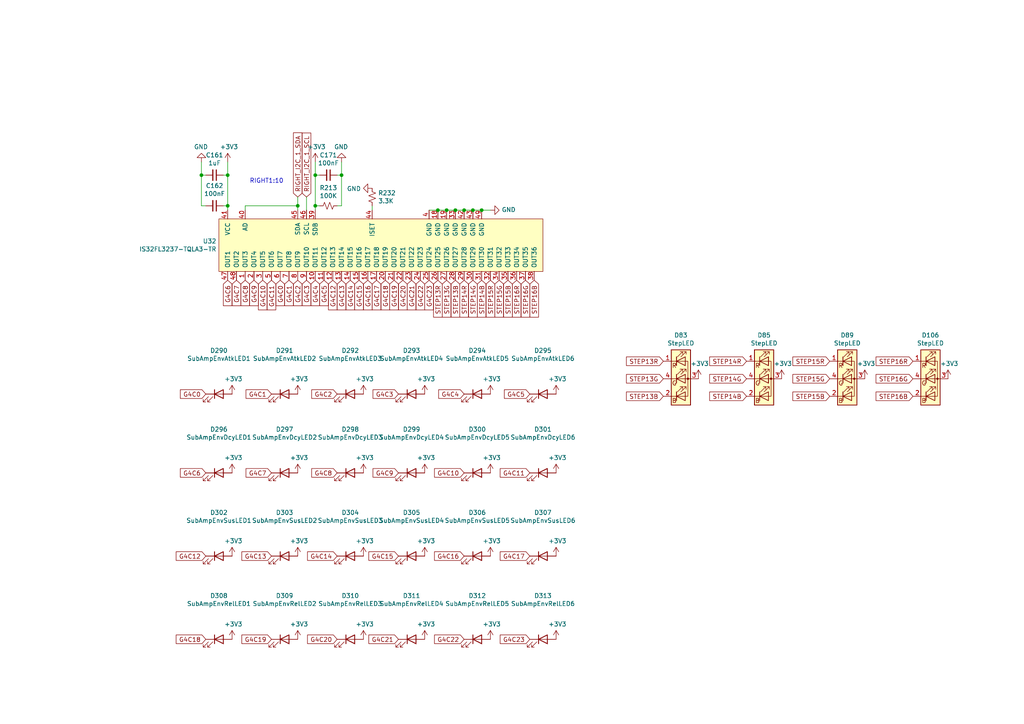
<source format=kicad_sch>
(kicad_sch (version 20210621) (generator eeschema)
  (paper "A4")
  (lib_symbols
    (symbol "Device:C_Small" (pin_numbers hide) (pin_names (offset 0.254) hide)
      (property "Reference" "C" (at 0.254 1.778 0))
      (property "Value" "C_Small" (at 0.254 -2.032 0))
      (symbol "C_Small_0_1"
        (polyline (pts (xy -1.524 -0.508) (xy 1.524 -0.508)) (stroke (width 0.3302)))
        (polyline (pts (xy -1.524 0.508) (xy 1.524 0.508)) (stroke (width 0.3048)))
      )
      (symbol "C_Small_1_1"
        (pin passive line (at 0 2.54 270) (length 2.032) (name "~") (number "1"))
        (pin passive line (at 0 -2.54 90) (length 2.032) (name "~") (number "2"))
      )
    )
    (symbol "Device:LED" (pin_numbers hide) (pin_names (offset 1.016) hide)
      (property "Reference" "D" (at 0 2.54 0))
      (property "Value" "LED" (at 0 -2.54 0))
      (symbol "LED_0_1"
        (polyline (pts (xy -1.27 -1.27) (xy -1.27 1.27)) (stroke (width 0.254)))
        (polyline (pts (xy -1.27 0) (xy 1.27 0)))
        (polyline (pts (xy 1.27 -1.27) (xy 1.27 1.27) (xy -1.27 0) (xy 1.27 -1.27)) (stroke (width 0.254)))
        (polyline (pts (xy -3.048 -0.762) (xy -4.572 -2.286) (xy -3.81 -2.286) (xy -4.572 -2.286) (xy -4.572 -1.524)))
        (polyline (pts (xy -1.778 -0.762) (xy -3.302 -2.286) (xy -2.54 -2.286) (xy -3.302 -2.286) (xy -3.302 -1.524)))
      )
      (symbol "LED_1_1"
        (pin passive line (at -3.81 0 0) (length 2.54) (name "K") (number "1"))
        (pin passive line (at 3.81 0 180) (length 2.54) (name "A") (number "2"))
      )
    )
    (symbol "Device:R_Small_US" (pin_numbers hide) (pin_names (offset 0.254) hide)
      (property "Reference" "R" (at 0.762 0.508 0))
      (property "Value" "R_Small_US" (at 0.762 -1.016 0))
      (symbol "R_Small_US_1_1"
        (polyline (pts (xy 0 0) (xy 1.016 -0.381) (xy 0 -0.762) (xy -1.016 -1.143) (xy 0 -1.524)))
        (polyline (pts (xy 0 1.524) (xy 1.016 1.143) (xy 0 0.762) (xy -1.016 0.381) (xy 0 0)))
        (pin passive line (at 0 2.54 270) (length 1.016) (name "~") (number "1"))
        (pin passive line (at 0 -2.54 90) (length 1.016) (name "~") (number "2"))
      )
    )
    (symbol "IS32FL3237:IS32FL3237-TQLA3-TR" (pin_names (offset 1.016))
      (property "Reference" "U" (at 0 0 0))
      (property "Value" "IS32FL3237-TQLA3-TR" (at 0 0 0))
      (symbol "IS32FL3237-TQLA3-TR_0_1"
        (rectangle (start -7.62 -2.54) (end 7.62 -96.52) (fill (type background)))
      )
      (symbol "IS32FL3237-TQLA3-TR_1_1"
        (pin output line (at 10.16 -10.16 180) (length 2.54) (name "OUT3") (number "1"))
        (pin output line (at 10.16 -30.48 180) (length 2.54) (name "OUT11") (number "10"))
        (pin output line (at 10.16 -33.02 180) (length 2.54) (name "OUT12") (number "11"))
        (pin output line (at 10.16 -35.56 180) (length 2.54) (name "OUT13") (number "12"))
        (pin output line (at 10.16 -38.1 180) (length 2.54) (name "OUT14") (number "13"))
        (pin output line (at 10.16 -40.64 180) (length 2.54) (name "OUT15") (number "14"))
        (pin output line (at 10.16 -43.18 180) (length 2.54) (name "OUT16") (number "15"))
        (pin output line (at 10.16 -45.72 180) (length 2.54) (name "OUT17") (number "16"))
        (pin output line (at 10.16 -48.26 180) (length 2.54) (name "OUT18") (number "17"))
        (pin power_in line (at -10.16 -66.04 0) (length 2.54) (name "GND") (number "18"))
        (pin power_in line (at -10.16 -68.58 0) (length 2.54) (name "GND") (number "19"))
        (pin output line (at 10.16 -12.7 180) (length 2.54) (name "OUT4") (number "2"))
        (pin output line (at 10.16 -50.8 180) (length 2.54) (name "OUT19") (number "20"))
        (pin output line (at 10.16 -53.34 180) (length 2.54) (name "OUT20") (number "21"))
        (pin output line (at 10.16 -55.88 180) (length 2.54) (name "OUT21") (number "22"))
        (pin output line (at 10.16 -58.42 180) (length 2.54) (name "OUT22") (number "23"))
        (pin output line (at 10.16 -60.96 180) (length 2.54) (name "OUT23") (number "24"))
        (pin output line (at 10.16 -63.5 180) (length 2.54) (name "OUT24") (number "25"))
        (pin output line (at 10.16 -66.04 180) (length 2.54) (name "OUT25") (number "26"))
        (pin output line (at 10.16 -68.58 180) (length 2.54) (name "OUT26") (number "27"))
        (pin output line (at 10.16 -71.12 180) (length 2.54) (name "OUT27") (number "28"))
        (pin output line (at 10.16 -73.66 180) (length 2.54) (name "OUT28") (number "29"))
        (pin output line (at 10.16 -15.24 180) (length 2.54) (name "OUT5") (number "3"))
        (pin output line (at 10.16 -76.2 180) (length 2.54) (name "OUT29") (number "30"))
        (pin output line (at 10.16 -78.74 180) (length 2.54) (name "OUT30") (number "31"))
        (pin output line (at 10.16 -81.28 180) (length 2.54) (name "OUT31") (number "32"))
        (pin power_in line (at -10.16 -71.12 0) (length 2.54) (name "GND") (number "33"))
        (pin output line (at 10.16 -83.82 180) (length 2.54) (name "OUT32") (number "34"))
        (pin output line (at 10.16 -86.36 180) (length 2.54) (name "OUT33") (number "35"))
        (pin output line (at 10.16 -88.9 180) (length 2.54) (name "OUT34") (number "36"))
        (pin output line (at 10.16 -91.44 180) (length 2.54) (name "OUT35") (number "37"))
        (pin output line (at 10.16 -93.98 180) (length 2.54) (name "OUT36") (number "38"))
        (pin input line (at -10.16 -30.48 0) (length 2.54) (name "SDB") (number "39"))
        (pin power_in line (at -10.16 -63.5 0) (length 2.54) (name "GND") (number "4"))
        (pin input line (at -10.16 -10.16 0) (length 2.54) (name "AD") (number "40"))
        (pin power_in line (at -10.16 -5.08 0) (length 2.54) (name "VCC") (number "41"))
        (pin power_in line (at -10.16 -73.66 0) (length 2.54) (name "GND") (number "42"))
        (pin power_in line (at -10.16 -76.2 0) (length 2.54) (name "GND") (number "43"))
        (pin input line (at -10.16 -46.99 0) (length 2.54) (name "ISET") (number "44"))
        (pin input line (at -10.16 -25.4 0) (length 2.54) (name "SDA") (number "45"))
        (pin input line (at -10.16 -27.94 0) (length 2.54) (name "SCL") (number "46"))
        (pin output line (at 10.16 -5.08 180) (length 2.54) (name "OUT1") (number "47"))
        (pin output line (at 10.16 -7.62 180) (length 2.54) (name "OUT2") (number "48"))
        (pin power_in line (at -10.16 -78.74 0) (length 2.54) (name "GND") (number "49"))
        (pin output line (at 10.16 -17.78 180) (length 2.54) (name "OUT6") (number "5"))
        (pin output line (at 10.16 -20.32 180) (length 2.54) (name "OUT7") (number "6"))
        (pin output line (at 10.16 -22.86 180) (length 2.54) (name "OUT8") (number "7"))
        (pin output line (at 10.16 -25.4 180) (length 2.54) (name "OUT9") (number "8"))
        (pin output line (at 10.16 -27.94 180) (length 2.54) (name "OUT10") (number "9"))
      )
    )
    (symbol "fm-b2020rgba-hg:FM-B2020RGBA-HG" (pin_names (offset 0) hide)
      (property "Reference" "D" (at 0 9.398 0))
      (property "Value" "FM-B2020RGBA-HG" (at 0 -8.89 0))
      (symbol "FM-B2020RGBA-HG_0_0"
        (text "B" (at -1.905 -6.35 0) (effects (font (size 1.27 1.27))))
        (text "G" (at -1.905 -1.27 0) (effects (font (size 1.27 1.27))))
        (text "R" (at -1.905 3.81 0) (effects (font (size 1.27 1.27))))
      )
      (symbol "FM-B2020RGBA-HG_0_1"
        (circle (center 2.032 0) (radius 0.254) (fill (type outline)))
        (rectangle (start 1.27 -1.27) (end 1.27 1.27))
        (rectangle (start 1.27 1.27) (end 1.27 1.27))
        (rectangle (start 1.27 3.81) (end 1.27 6.35))
        (rectangle (start 1.27 6.35) (end 1.27 6.35))
        (rectangle (start 2.794 8.382) (end -2.794 -7.62) (stroke (width 0.254)) (fill (type background)))
        (polyline (pts (xy -1.27 -5.08) (xy -2.54 -5.08)))
        (polyline (pts (xy -1.27 -5.08) (xy 1.27 -5.08)))
        (polyline (pts (xy -1.27 -3.81) (xy -1.27 -6.35)))
        (polyline (pts (xy -1.27 -3.81) (xy -1.27 -6.35)) (stroke (width 0.2032)))
        (polyline (pts (xy -1.27 0) (xy -2.54 0)))
        (polyline (pts (xy -1.27 0) (xy 1.27 0)))
        (polyline (pts (xy -1.27 1.27) (xy -1.27 -1.27)) (stroke (width 0.2032)))
        (polyline (pts (xy -1.27 5.08) (xy -2.54 5.08)))
        (polyline (pts (xy -1.27 6.35) (xy -1.27 3.81)) (stroke (width 0.2032)))
        (polyline (pts (xy 1.27 0) (xy 2.54 0)))
        (polyline (pts (xy 1.27 5.08) (xy -1.27 5.08)))
        (polyline (pts (xy -1.27 1.27) (xy -1.27 -1.27) (xy -1.27 -1.27)))
        (polyline (pts (xy -1.27 6.35) (xy -1.27 3.81) (xy -1.27 3.81)))
        (polyline (pts (xy 1.27 -5.08) (xy 2.032 -5.08) (xy 2.032 5.08) (xy 1.27 5.08)))
        (polyline (pts (xy 1.27 -3.81) (xy 1.27 -6.35) (xy -1.27 -5.08) (xy 1.27 -3.81)) (stroke (width 0.2032)))
        (polyline (pts (xy 1.27 1.27) (xy 1.27 -1.27) (xy -1.27 0) (xy 1.27 1.27)) (stroke (width 0.2032)))
        (polyline (pts (xy 1.27 6.35) (xy 1.27 3.81) (xy -1.27 5.08) (xy 1.27 6.35)) (stroke (width 0.2032)))
        (polyline (pts (xy -1.016 -3.81) (xy 0.508 -2.286) (xy -0.254 -2.286) (xy 0.508 -2.286) (xy 0.508 -3.048)))
        (polyline (pts (xy -1.016 1.27) (xy 0.508 2.794) (xy -0.254 2.794) (xy 0.508 2.794) (xy 0.508 2.032)))
        (polyline (pts (xy -1.016 6.35) (xy 0.508 7.874) (xy -0.254 7.874) (xy 0.508 7.874) (xy 0.508 7.112)))
        (polyline (pts (xy 0 -3.81) (xy 1.524 -2.286) (xy 0.762 -2.286) (xy 1.524 -2.286) (xy 1.524 -3.048)))
        (polyline (pts (xy 0 1.27) (xy 1.524 2.794) (xy 0.762 2.794) (xy 1.524 2.794) (xy 1.524 2.032)))
        (polyline (pts (xy 0 6.35) (xy 1.524 7.874) (xy 0.762 7.874) (xy 1.524 7.874) (xy 1.524 7.112)))
      )
      (symbol "FM-B2020RGBA-HG_1_1"
        (pin passive line (at -5.08 5.08 0) (length 2.54) (name "R-") (number "1"))
        (pin passive line (at -5.08 -5.08 0) (length 2.54) (name "B-") (number "2"))
        (pin passive line (at 5.08 0 180) (length 2.54) (name "+") (number "3"))
        (pin passive line (at -5.08 0 0) (length 2.54) (name "G-") (number "4"))
      )
    )
    (symbol "power:+3.3V" (power) (pin_names (offset 0))
      (property "Value" "+3.3V" (at 0 3.556 0))
      (symbol "+3.3V_0_1"
        (polyline (pts (xy -0.762 1.27) (xy 0 2.54)))
        (polyline (pts (xy 0 0) (xy 0 2.54)))
        (polyline (pts (xy 0 2.54) (xy 0.762 1.27)))
      )
      (symbol "+3.3V_1_1"
        (pin power_in line (at 0 0 90) (length 0) hide (name "+3V3") (number "1"))
      )
    )
    (symbol "power:GND" (power) (pin_names (offset 0))
      (property "Value" "GND" (at 0 -3.81 0))
      (symbol "GND_0_1"
        (polyline (pts (xy 0 0) (xy 0 -1.27) (xy 1.27 -1.27) (xy 0 -2.54) (xy -1.27 -1.27) (xy 0 -1.27)))
      )
      (symbol "GND_1_1"
        (pin power_in line (at 0 0 270) (length 0) hide (name "GND") (number "1"))
      )
    )
  )
  (junction (at 58.42 50.8))
  (junction (at 66.04 50.8))
  (junction (at 66.04 59.69))
  (junction (at 86.36 59.69))
  (junction (at 91.44 50.8))
  (junction (at 91.44 59.69))
  (junction (at 99.06 50.8))
  (junction (at 127 60.96))
  (junction (at 129.54 60.96))
  (junction (at 132.08 60.96))
  (junction (at 134.62 60.96))
  (junction (at 137.16 60.96))
  (junction (at 139.7 60.96))
  (wire (pts (xy 58.42 46.99) (xy 58.42 50.8)))
  (wire (pts (xy 58.42 50.8) (xy 58.42 59.69)))
  (wire (pts (xy 58.42 59.69) (xy 59.69 59.69)))
  (wire (pts (xy 59.69 50.8) (xy 58.42 50.8)))
  (wire (pts (xy 64.77 50.8) (xy 66.04 50.8)))
  (wire (pts (xy 64.77 59.69) (xy 66.04 59.69)))
  (wire (pts (xy 66.04 46.99) (xy 66.04 50.8)))
  (wire (pts (xy 66.04 50.8) (xy 66.04 59.69)))
  (wire (pts (xy 66.04 59.69) (xy 66.04 60.96)))
  (wire (pts (xy 71.12 59.69) (xy 86.36 59.69)))
  (wire (pts (xy 71.12 60.96) (xy 71.12 59.69)))
  (wire (pts (xy 86.36 57.15) (xy 86.36 59.69)))
  (wire (pts (xy 86.36 59.69) (xy 86.36 60.96)))
  (wire (pts (xy 88.9 57.15) (xy 88.9 60.96)))
  (wire (pts (xy 91.44 46.99) (xy 91.44 50.8)))
  (wire (pts (xy 91.44 50.8) (xy 91.44 59.69)))
  (wire (pts (xy 91.44 59.69) (xy 91.44 60.96)))
  (wire (pts (xy 92.71 50.8) (xy 91.44 50.8)))
  (wire (pts (xy 92.71 59.69) (xy 91.44 59.69)))
  (wire (pts (xy 97.79 50.8) (xy 99.06 50.8)))
  (wire (pts (xy 99.06 46.99) (xy 99.06 50.8)))
  (wire (pts (xy 99.06 50.8) (xy 99.06 59.69)))
  (wire (pts (xy 99.06 59.69) (xy 97.79 59.69)))
  (wire (pts (xy 107.95 59.69) (xy 107.95 60.96)))
  (wire (pts (xy 127 60.96) (xy 124.46 60.96)))
  (wire (pts (xy 129.54 60.96) (xy 127 60.96)))
  (wire (pts (xy 132.08 60.96) (xy 129.54 60.96)))
  (wire (pts (xy 134.62 60.96) (xy 132.08 60.96)))
  (wire (pts (xy 137.16 60.96) (xy 134.62 60.96)))
  (wire (pts (xy 139.7 60.96) (xy 137.16 60.96)))
  (wire (pts (xy 142.24 60.96) (xy 139.7 60.96)))
  (text "RIGHT1:10" (at 72.39 53.34 0) (effects (font (size 1.27 1.27)) (justify left bottom)))
  (global_label "G4C0" (shape input) (at 59.69 114.3 180) (property "Intersheet References" "${INTERSHEET_REFS}" (effects hide)))
  (global_label "G4C6" (shape input) (at 59.69 137.16 180) (property "Intersheet References" "${INTERSHEET_REFS}" (effects hide)))
  (global_label "G4C12" (shape input) (at 59.69 161.29 180) (property "Intersheet References" "${INTERSHEET_REFS}" (effects hide)))
  (global_label "G4C18" (shape input) (at 59.69 185.42 180) (property "Intersheet References" "${INTERSHEET_REFS}" (effects hide)))
  (global_label "G4C6" (shape input) (at 66.04 81.28 270) (property "Intersheet References" "${INTERSHEET_REFS}" (effects hide)))
  (global_label "G4C7" (shape input) (at 68.58 81.28 270) (property "Intersheet References" "${INTERSHEET_REFS}" (effects hide)))
  (global_label "G4C8" (shape input) (at 71.12 81.28 270) (property "Intersheet References" "${INTERSHEET_REFS}" (effects hide)))
  (global_label "G4C9" (shape input) (at 73.66 81.28 270) (property "Intersheet References" "${INTERSHEET_REFS}" (effects hide)))
  (global_label "G4C10" (shape input) (at 76.2 81.28 270) (property "Intersheet References" "${INTERSHEET_REFS}" (effects hide)))
  (global_label "G4C11" (shape input) (at 78.74 81.28 270) (property "Intersheet References" "${INTERSHEET_REFS}" (effects hide)))
  (global_label "G4C1" (shape input) (at 78.74 114.3 180) (property "Intersheet References" "${INTERSHEET_REFS}" (effects hide)))
  (global_label "G4C7" (shape input) (at 78.74 137.16 180) (property "Intersheet References" "${INTERSHEET_REFS}" (effects hide)))
  (global_label "G4C13" (shape input) (at 78.74 161.29 180) (property "Intersheet References" "${INTERSHEET_REFS}" (effects hide)))
  (global_label "G4C19" (shape input) (at 78.74 185.42 180) (property "Intersheet References" "${INTERSHEET_REFS}" (effects hide)))
  (global_label "G4C0" (shape input) (at 81.28 81.28 270) (property "Intersheet References" "${INTERSHEET_REFS}" (effects hide)))
  (global_label "G4C1" (shape input) (at 83.82 81.28 270) (property "Intersheet References" "${INTERSHEET_REFS}" (effects hide)))
  (global_label "RIGHT_I2C_1_SDA" (shape input) (at 86.36 57.15 90) (property "Intersheet References" "${INTERSHEET_REFS}" (effects hide)))
  (global_label "G4C2" (shape input) (at 86.36 81.28 270) (property "Intersheet References" "${INTERSHEET_REFS}" (effects hide)))
  (global_label "RIGHT_I2C_1_SCL" (shape input) (at 88.9 57.15 90) (property "Intersheet References" "${INTERSHEET_REFS}" (effects hide)))
  (global_label "G4C3" (shape input) (at 88.9 81.28 270) (property "Intersheet References" "${INTERSHEET_REFS}" (effects hide)))
  (global_label "G4C4" (shape input) (at 91.44 81.28 270) (property "Intersheet References" "${INTERSHEET_REFS}" (effects hide)))
  (global_label "G4C5" (shape input) (at 93.98 81.28 270) (property "Intersheet References" "${INTERSHEET_REFS}" (effects hide)))
  (global_label "G4C12" (shape input) (at 96.52 81.28 270) (property "Intersheet References" "${INTERSHEET_REFS}" (effects hide)))
  (global_label "G4C2" (shape input) (at 97.79 114.3 180) (property "Intersheet References" "${INTERSHEET_REFS}" (effects hide)))
  (global_label "G4C8" (shape input) (at 97.79 137.16 180) (property "Intersheet References" "${INTERSHEET_REFS}" (effects hide)))
  (global_label "G4C14" (shape input) (at 97.79 161.29 180) (property "Intersheet References" "${INTERSHEET_REFS}" (effects hide)))
  (global_label "G4C20" (shape input) (at 97.79 185.42 180) (property "Intersheet References" "${INTERSHEET_REFS}" (effects hide)))
  (global_label "G4C13" (shape input) (at 99.06 81.28 270) (property "Intersheet References" "${INTERSHEET_REFS}" (effects hide)))
  (global_label "G4C14" (shape input) (at 101.6 81.28 270) (property "Intersheet References" "${INTERSHEET_REFS}" (effects hide)))
  (global_label "G4C15" (shape input) (at 104.14 81.28 270) (property "Intersheet References" "${INTERSHEET_REFS}" (effects hide)))
  (global_label "G4C16" (shape input) (at 106.68 81.28 270) (property "Intersheet References" "${INTERSHEET_REFS}" (effects hide)))
  (global_label "G4C17" (shape input) (at 109.22 81.28 270) (property "Intersheet References" "${INTERSHEET_REFS}" (effects hide)))
  (global_label "G4C18" (shape input) (at 111.76 81.28 270) (property "Intersheet References" "${INTERSHEET_REFS}" (effects hide)))
  (global_label "G4C19" (shape input) (at 114.3 81.28 270) (property "Intersheet References" "${INTERSHEET_REFS}" (effects hide)))
  (global_label "G4C3" (shape input) (at 115.57 114.3 180) (property "Intersheet References" "${INTERSHEET_REFS}" (effects hide)))
  (global_label "G4C9" (shape input) (at 115.57 137.16 180) (property "Intersheet References" "${INTERSHEET_REFS}" (effects hide)))
  (global_label "G4C15" (shape input) (at 115.57 161.29 180) (property "Intersheet References" "${INTERSHEET_REFS}" (effects hide)))
  (global_label "G4C21" (shape input) (at 115.57 185.42 180) (property "Intersheet References" "${INTERSHEET_REFS}" (effects hide)))
  (global_label "G4C20" (shape input) (at 116.84 81.28 270) (property "Intersheet References" "${INTERSHEET_REFS}" (effects hide)))
  (global_label "G4C21" (shape input) (at 119.38 81.28 270) (property "Intersheet References" "${INTERSHEET_REFS}" (effects hide)))
  (global_label "G4C22" (shape input) (at 121.92 81.28 270) (property "Intersheet References" "${INTERSHEET_REFS}" (effects hide)))
  (global_label "G4C23" (shape input) (at 124.46 81.28 270) (property "Intersheet References" "${INTERSHEET_REFS}" (effects hide)))
  (global_label "STEP13R" (shape input) (at 127 81.28 270) (property "Intersheet References" "${INTERSHEET_REFS}" (effects hide)))
  (global_label "STEP13G" (shape input) (at 129.54 81.28 270) (property "Intersheet References" "${INTERSHEET_REFS}" (effects hide)))
  (global_label "STEP13B" (shape input) (at 132.08 81.28 270) (property "Intersheet References" "${INTERSHEET_REFS}" (effects hide)))
  (global_label "STEP14R" (shape input) (at 134.62 81.28 270) (property "Intersheet References" "${INTERSHEET_REFS}" (effects hide)))
  (global_label "G4C4" (shape input) (at 134.62 114.3 180) (property "Intersheet References" "${INTERSHEET_REFS}" (effects hide)))
  (global_label "G4C10" (shape input) (at 134.62 137.16 180) (property "Intersheet References" "${INTERSHEET_REFS}" (effects hide)))
  (global_label "G4C16" (shape input) (at 134.62 161.29 180) (property "Intersheet References" "${INTERSHEET_REFS}" (effects hide)))
  (global_label "G4C22" (shape input) (at 134.62 185.42 180) (property "Intersheet References" "${INTERSHEET_REFS}" (effects hide)))
  (global_label "STEP14G" (shape input) (at 137.16 81.28 270) (property "Intersheet References" "${INTERSHEET_REFS}" (effects hide)))
  (global_label "STEP14B" (shape input) (at 139.7 81.28 270) (property "Intersheet References" "${INTERSHEET_REFS}" (effects hide)))
  (global_label "STEP15R" (shape input) (at 142.24 81.28 270) (property "Intersheet References" "${INTERSHEET_REFS}" (effects hide)))
  (global_label "STEP15G" (shape input) (at 144.78 81.28 270) (property "Intersheet References" "${INTERSHEET_REFS}" (effects hide)))
  (global_label "STEP15B" (shape input) (at 147.32 81.28 270) (property "Intersheet References" "${INTERSHEET_REFS}" (effects hide)))
  (global_label "STEP16R" (shape input) (at 149.86 81.28 270) (property "Intersheet References" "${INTERSHEET_REFS}" (effects hide)))
  (global_label "STEP16G" (shape input) (at 152.4 81.28 270) (property "Intersheet References" "${INTERSHEET_REFS}" (effects hide)))
  (global_label "G4C5" (shape input) (at 153.67 114.3 180) (property "Intersheet References" "${INTERSHEET_REFS}" (effects hide)))
  (global_label "G4C11" (shape input) (at 153.67 137.16 180) (property "Intersheet References" "${INTERSHEET_REFS}" (effects hide)))
  (global_label "G4C17" (shape input) (at 153.67 161.29 180) (property "Intersheet References" "${INTERSHEET_REFS}" (effects hide)))
  (global_label "G4C23" (shape input) (at 153.67 185.42 180) (property "Intersheet References" "${INTERSHEET_REFS}" (effects hide)))
  (global_label "STEP16B" (shape input) (at 154.94 81.28 270) (property "Intersheet References" "${INTERSHEET_REFS}" (effects hide)))
  (global_label "STEP13R" (shape input) (at 192.405 104.775 180) (property "Intersheet References" "${INTERSHEET_REFS}" (effects hide)))
  (global_label "STEP13G" (shape input) (at 192.405 109.855 180) (property "Intersheet References" "${INTERSHEET_REFS}" (effects hide)))
  (global_label "STEP13B" (shape input) (at 192.405 114.935 180) (property "Intersheet References" "${INTERSHEET_REFS}" (effects hide)))
  (global_label "STEP14R" (shape input) (at 216.535 104.775 180) (property "Intersheet References" "${INTERSHEET_REFS}" (effects hide)))
  (global_label "STEP14G" (shape input) (at 216.535 109.855 180) (property "Intersheet References" "${INTERSHEET_REFS}" (effects hide)))
  (global_label "STEP14B" (shape input) (at 216.535 114.935 180) (property "Intersheet References" "${INTERSHEET_REFS}" (effects hide)))
  (global_label "STEP15R" (shape input) (at 240.665 104.775 180) (property "Intersheet References" "${INTERSHEET_REFS}" (effects hide)))
  (global_label "STEP15G" (shape input) (at 240.665 109.855 180) (property "Intersheet References" "${INTERSHEET_REFS}" (effects hide)))
  (global_label "STEP15B" (shape input) (at 240.665 114.935 180) (property "Intersheet References" "${INTERSHEET_REFS}" (effects hide)))
  (global_label "STEP16R" (shape input) (at 264.795 104.775 180) (property "Intersheet References" "${INTERSHEET_REFS}" (effects hide)))
  (global_label "STEP16G" (shape input) (at 264.795 109.855 180) (property "Intersheet References" "${INTERSHEET_REFS}" (effects hide)))
  (global_label "STEP16B" (shape input) (at 264.795 114.935 180) (property "Intersheet References" "${INTERSHEET_REFS}" (effects hide)))
  (symbol (lib_id "power:+3.3V") (at 66.04 46.99 0) (unit 1)
    (property "Reference" "#PWR0404" (effects hide))
    (property "Value" "+3.3V" (at 66.421 42.5958 0))
  )
  (symbol (lib_id "power:+3.3V") (at 67.31 114.3 0) (unit 1)
    (property "Reference" "#PWR0877" (effects hide))
    (property "Value" "+3.3V" (at 67.691 109.9058 0))
  )
  (symbol (lib_id "power:+3.3V") (at 67.31 137.16 0) (unit 1)
    (property "Reference" "#PWR0883" (effects hide))
    (property "Value" "+3.3V" (at 67.691 132.7658 0))
  )
  (symbol (lib_id "power:+3.3V") (at 67.31 161.29 0) (unit 1)
    (property "Reference" "#PWR0889" (effects hide))
    (property "Value" "+3.3V" (at 67.691 156.8958 0))
  )
  (symbol (lib_id "power:+3.3V") (at 67.31 185.42 0) (unit 1)
    (property "Reference" "#PWR0895" (effects hide))
    (property "Value" "+3.3V" (at 67.691 181.0258 0))
  )
  (symbol (lib_id "power:+3.3V") (at 86.36 114.3 0) (unit 1)
    (property "Reference" "#PWR0878" (effects hide))
    (property "Value" "+3.3V" (at 86.741 109.9058 0))
  )
  (symbol (lib_id "power:+3.3V") (at 86.36 137.16 0) (unit 1)
    (property "Reference" "#PWR0884" (effects hide))
    (property "Value" "+3.3V" (at 86.741 132.7658 0))
  )
  (symbol (lib_id "power:+3.3V") (at 86.36 161.29 0) (unit 1)
    (property "Reference" "#PWR0890" (effects hide))
    (property "Value" "+3.3V" (at 86.741 156.8958 0))
  )
  (symbol (lib_id "power:+3.3V") (at 86.36 185.42 0) (unit 1)
    (property "Reference" "#PWR0896" (effects hide))
    (property "Value" "+3.3V" (at 86.741 181.0258 0))
  )
  (symbol (lib_id "power:+3.3V") (at 91.44 46.99 0) (unit 1)
    (property "Reference" "#PWR0409" (effects hide))
    (property "Value" "+3.3V" (at 91.821 42.5958 0))
  )
  (symbol (lib_id "power:+3.3V") (at 105.41 114.3 0) (unit 1)
    (property "Reference" "#PWR0879" (effects hide))
    (property "Value" "+3.3V" (at 105.791 109.9058 0))
  )
  (symbol (lib_id "power:+3.3V") (at 105.41 137.16 0) (unit 1)
    (property "Reference" "#PWR0885" (effects hide))
    (property "Value" "+3.3V" (at 105.791 132.7658 0))
  )
  (symbol (lib_id "power:+3.3V") (at 105.41 161.29 0) (unit 1)
    (property "Reference" "#PWR0891" (effects hide))
    (property "Value" "+3.3V" (at 105.791 156.8958 0))
  )
  (symbol (lib_id "power:+3.3V") (at 105.41 185.42 0) (unit 1)
    (property "Reference" "#PWR0897" (effects hide))
    (property "Value" "+3.3V" (at 105.791 181.0258 0))
  )
  (symbol (lib_id "power:+3.3V") (at 123.19 114.3 0) (unit 1)
    (property "Reference" "#PWR0880" (effects hide))
    (property "Value" "+3.3V" (at 123.571 109.9058 0))
  )
  (symbol (lib_id "power:+3.3V") (at 123.19 137.16 0) (unit 1)
    (property "Reference" "#PWR0886" (effects hide))
    (property "Value" "+3.3V" (at 123.571 132.7658 0))
  )
  (symbol (lib_id "power:+3.3V") (at 123.19 161.29 0) (unit 1)
    (property "Reference" "#PWR0892" (effects hide))
    (property "Value" "+3.3V" (at 123.571 156.8958 0))
  )
  (symbol (lib_id "power:+3.3V") (at 123.19 185.42 0) (unit 1)
    (property "Reference" "#PWR0898" (effects hide))
    (property "Value" "+3.3V" (at 123.571 181.0258 0))
  )
  (symbol (lib_id "power:+3.3V") (at 142.24 114.3 0) (unit 1)
    (property "Reference" "#PWR0881" (effects hide))
    (property "Value" "+3.3V" (at 142.621 109.9058 0))
  )
  (symbol (lib_id "power:+3.3V") (at 142.24 137.16 0) (unit 1)
    (property "Reference" "#PWR0887" (effects hide))
    (property "Value" "+3.3V" (at 142.621 132.7658 0))
  )
  (symbol (lib_id "power:+3.3V") (at 142.24 161.29 0) (unit 1)
    (property "Reference" "#PWR0893" (effects hide))
    (property "Value" "+3.3V" (at 142.621 156.8958 0))
  )
  (symbol (lib_id "power:+3.3V") (at 142.24 185.42 0) (unit 1)
    (property "Reference" "#PWR0899" (effects hide))
    (property "Value" "+3.3V" (at 142.621 181.0258 0))
  )
  (symbol (lib_id "power:+3.3V") (at 161.29 114.3 0) (unit 1)
    (property "Reference" "#PWR0882" (effects hide))
    (property "Value" "+3.3V" (at 161.671 109.9058 0))
  )
  (symbol (lib_id "power:+3.3V") (at 161.29 137.16 0) (unit 1)
    (property "Reference" "#PWR0888" (effects hide))
    (property "Value" "+3.3V" (at 161.671 132.7658 0))
  )
  (symbol (lib_id "power:+3.3V") (at 161.29 161.29 0) (unit 1)
    (property "Reference" "#PWR0894" (effects hide))
    (property "Value" "+3.3V" (at 161.671 156.8958 0))
  )
  (symbol (lib_id "power:+3.3V") (at 161.29 185.42 0) (unit 1)
    (property "Reference" "#PWR0900" (effects hide))
    (property "Value" "+3.3V" (at 161.671 181.0258 0))
  )
  (symbol (lib_id "power:+3.3V") (at 202.565 109.855 0) (unit 1)
    (property "Reference" "#PWR0539" (effects hide))
    (property "Value" "+3.3V" (at 202.946 105.4608 0))
  )
  (symbol (lib_id "power:+3.3V") (at 226.695 109.855 0) (unit 1)
    (property "Reference" "#PWR0574" (effects hide))
    (property "Value" "+3.3V" (at 227.076 105.4608 0))
  )
  (symbol (lib_id "power:+3.3V") (at 250.825 109.855 0) (unit 1)
    (property "Reference" "#PWR0595" (effects hide))
    (property "Value" "+3.3V" (at 251.206 105.4608 0))
  )
  (symbol (lib_id "power:+3.3V") (at 274.955 109.855 0) (unit 1)
    (property "Reference" "#PWR0599" (effects hide))
    (property "Value" "+3.3V" (at 275.336 105.4608 0))
  )
  (symbol (lib_id "power:GND") (at 58.42 46.99 180) (unit 1)
    (property "Reference" "#PWR0401" (effects hide))
    (property "Value" "GND" (at 58.293 42.5958 0))
  )
  (symbol (lib_id "power:GND") (at 99.06 46.99 180) (unit 1)
    (property "Reference" "#PWR0415" (effects hide))
    (property "Value" "GND" (at 98.933 42.5958 0))
  )
  (symbol (lib_id "power:GND") (at 107.95 54.61 270) (unit 1)
    (property "Reference" "#PWR0423" (effects hide))
    (property "Value" "GND" (at 104.6988 54.737 90) (effects (justify right)))
  )
  (symbol (lib_id "power:GND") (at 142.24 60.96 90) (unit 1)
    (property "Reference" "#PWR0433" (effects hide))
    (property "Value" "GND" (at 145.4912 60.833 90) (effects (justify right)))
  )
  (symbol (lib_id "Device:R_Small_US") (at 95.25 59.69 270) (unit 1)
    (property "Reference" "R213" (at 95.25 54.483 90))
    (property "Value" "100K" (at 95.25 56.7944 90))
    (property "Footprint" "Resistor_SMD:R_0402_1005Metric" (effects hide))
    (property "LCSC" " C25741" (effects hide))
  )
  (symbol (lib_id "Device:R_Small_US") (at 107.95 57.15 0) (unit 1)
    (property "Reference" "R232" (at 109.6772 55.9816 0) (effects (justify left)))
    (property "Value" "3.3K" (at 109.6772 58.293 0) (effects (justify left)))
    (property "Footprint" "Resistor_SMD:R_0402_1005Metric" (effects hide))
    (property "LCSC" "C25890" (effects hide))
  )
  (symbol (lib_id "Device:C_Small") (at 62.23 50.8 270) (unit 1)
    (property "Reference" "C161" (at 62.23 44.9834 90))
    (property "Value" "1uF" (at 62.23 47.2948 90))
    (property "Footprint" "Capacitor_SMD:C_0402_1005Metric" (effects hide))
    (property "LCSC" "C52923" (effects hide))
  )
  (symbol (lib_id "Device:C_Small") (at 62.23 59.69 270) (unit 1)
    (property "Reference" "C162" (at 62.23 53.8734 90))
    (property "Value" "100nF" (at 62.23 56.1848 90))
    (property "Footprint" "Capacitor_SMD:C_0402_1005Metric" (effects hide))
    (property "LCSC" "C1525" (effects hide))
  )
  (symbol (lib_id "Device:C_Small") (at 95.25 50.8 270) (unit 1)
    (property "Reference" "C171" (at 95.25 44.9834 90))
    (property "Value" "100nF" (at 95.25 47.2948 90))
    (property "Footprint" "Capacitor_SMD:C_0402_1005Metric" (effects hide))
    (property "LCSC" "C1525" (effects hide))
  )
  (symbol (lib_id "Device:LED") (at 63.5 114.3 0) (unit 1)
    (property "Reference" "D290" (at 63.5 101.6762 0))
    (property "Value" "SubAmpEnvAtkLED1" (at 63.5 103.9876 0))
    (property "Footprint" "LED_SMD:LED_0603_1608Metric" (effects hide))
    (property "LCSC" "C2286" (effects hide))
  )
  (symbol (lib_id "Device:LED") (at 63.5 137.16 0) (unit 1)
    (property "Reference" "D296" (at 63.5 124.5362 0))
    (property "Value" "SubAmpEnvDcyLED1" (at 63.5 126.8476 0))
    (property "Footprint" "LED_SMD:LED_0603_1608Metric" (effects hide))
    (property "LCSC" "C2286" (effects hide))
  )
  (symbol (lib_id "Device:LED") (at 63.5 161.29 0) (unit 1)
    (property "Reference" "D302" (at 63.5 148.6662 0))
    (property "Value" "SubAmpEnvSusLED1" (at 63.5 150.9776 0))
    (property "Footprint" "LED_SMD:LED_0603_1608Metric" (effects hide))
    (property "LCSC" "C2286" (effects hide))
  )
  (symbol (lib_id "Device:LED") (at 63.5 185.42 0) (unit 1)
    (property "Reference" "D308" (at 63.5 172.7962 0))
    (property "Value" "SubAmpEnvRelLED1" (at 63.5 175.1076 0))
    (property "Footprint" "LED_SMD:LED_0603_1608Metric" (effects hide))
    (property "LCSC" "C2286" (effects hide))
  )
  (symbol (lib_id "Device:LED") (at 82.55 114.3 0) (unit 1)
    (property "Reference" "D291" (at 82.55 101.6762 0))
    (property "Value" "SubAmpEnvAtkLED2" (at 82.55 103.9876 0))
    (property "Footprint" "LED_SMD:LED_0603_1608Metric" (effects hide))
    (property "LCSC" "C2286" (effects hide))
  )
  (symbol (lib_id "Device:LED") (at 82.55 137.16 0) (unit 1)
    (property "Reference" "D297" (at 82.55 124.5362 0))
    (property "Value" "SubAmpEnvDcyLED2" (at 82.55 126.8476 0))
    (property "Footprint" "LED_SMD:LED_0603_1608Metric" (effects hide))
    (property "LCSC" "C2286" (effects hide))
  )
  (symbol (lib_id "Device:LED") (at 82.55 161.29 0) (unit 1)
    (property "Reference" "D303" (at 82.55 148.6662 0))
    (property "Value" "SubAmpEnvSusLED2" (at 82.55 150.9776 0))
    (property "Footprint" "LED_SMD:LED_0603_1608Metric" (effects hide))
    (property "LCSC" "C2286" (effects hide))
  )
  (symbol (lib_id "Device:LED") (at 82.55 185.42 0) (unit 1)
    (property "Reference" "D309" (at 82.55 172.7962 0))
    (property "Value" "SubAmpEnvRelLED2" (at 82.55 175.1076 0))
    (property "Footprint" "LED_SMD:LED_0603_1608Metric" (effects hide))
    (property "LCSC" "C2286" (effects hide))
  )
  (symbol (lib_id "Device:LED") (at 101.6 114.3 0) (unit 1)
    (property "Reference" "D292" (at 101.6 101.6762 0))
    (property "Value" "SubAmpEnvAtkLED3" (at 101.6 103.9876 0))
    (property "Footprint" "LED_SMD:LED_0603_1608Metric" (effects hide))
    (property "LCSC" "C2286" (effects hide))
  )
  (symbol (lib_id "Device:LED") (at 101.6 137.16 0) (unit 1)
    (property "Reference" "D298" (at 101.6 124.5362 0))
    (property "Value" "SubAmpEnvDcyLED3" (at 101.6 126.8476 0))
    (property "Footprint" "LED_SMD:LED_0603_1608Metric" (effects hide))
    (property "LCSC" "C2286" (effects hide))
  )
  (symbol (lib_id "Device:LED") (at 101.6 161.29 0) (unit 1)
    (property "Reference" "D304" (at 101.6 148.6662 0))
    (property "Value" "SubAmpEnvSusLED3" (at 101.6 150.9776 0))
    (property "Footprint" "LED_SMD:LED_0603_1608Metric" (effects hide))
    (property "LCSC" "C2286" (effects hide))
  )
  (symbol (lib_id "Device:LED") (at 101.6 185.42 0) (unit 1)
    (property "Reference" "D310" (at 101.6 172.7962 0))
    (property "Value" "SubAmpEnvRelLED3" (at 101.6 175.1076 0))
    (property "Footprint" "LED_SMD:LED_0603_1608Metric" (effects hide))
    (property "LCSC" "C2286" (effects hide))
  )
  (symbol (lib_id "Device:LED") (at 119.38 114.3 0) (unit 1)
    (property "Reference" "D293" (at 119.38 101.6762 0))
    (property "Value" "SubAmpEnvAtkLED4" (at 119.38 103.9876 0))
    (property "Footprint" "LED_SMD:LED_0603_1608Metric" (effects hide))
    (property "LCSC" "C2286" (effects hide))
  )
  (symbol (lib_id "Device:LED") (at 119.38 137.16 0) (unit 1)
    (property "Reference" "D299" (at 119.38 124.5362 0))
    (property "Value" "SubAmpEnvDcyLED4" (at 119.38 126.8476 0))
    (property "Footprint" "LED_SMD:LED_0603_1608Metric" (effects hide))
    (property "LCSC" "C2286" (effects hide))
  )
  (symbol (lib_id "Device:LED") (at 119.38 161.29 0) (unit 1)
    (property "Reference" "D305" (at 119.38 148.6662 0))
    (property "Value" "SubAmpEnvSusLED4" (at 119.38 150.9776 0))
    (property "Footprint" "LED_SMD:LED_0603_1608Metric" (effects hide))
    (property "LCSC" "C2286" (effects hide))
  )
  (symbol (lib_id "Device:LED") (at 119.38 185.42 0) (unit 1)
    (property "Reference" "D311" (at 119.38 172.7962 0))
    (property "Value" "SubAmpEnvRelLED4" (at 119.38 175.1076 0))
    (property "Footprint" "LED_SMD:LED_0603_1608Metric" (effects hide))
    (property "LCSC" "C2286" (effects hide))
  )
  (symbol (lib_id "Device:LED") (at 138.43 114.3 0) (unit 1)
    (property "Reference" "D294" (at 138.43 101.6762 0))
    (property "Value" "SubAmpEnvAtkLED5" (at 138.43 103.9876 0))
    (property "Footprint" "LED_SMD:LED_0603_1608Metric" (effects hide))
    (property "LCSC" "C2286" (effects hide))
  )
  (symbol (lib_id "Device:LED") (at 138.43 137.16 0) (unit 1)
    (property "Reference" "D300" (at 138.43 124.5362 0))
    (property "Value" "SubAmpEnvDcyLED5" (at 138.43 126.8476 0))
    (property "Footprint" "LED_SMD:LED_0603_1608Metric" (effects hide))
    (property "LCSC" "C2286" (effects hide))
  )
  (symbol (lib_id "Device:LED") (at 138.43 161.29 0) (unit 1)
    (property "Reference" "D306" (at 138.43 148.6662 0))
    (property "Value" "SubAmpEnvSusLED5" (at 138.43 150.9776 0))
    (property "Footprint" "LED_SMD:LED_0603_1608Metric" (effects hide))
    (property "LCSC" "C2286" (effects hide))
  )
  (symbol (lib_id "Device:LED") (at 138.43 185.42 0) (unit 1)
    (property "Reference" "D312" (at 138.43 172.7962 0))
    (property "Value" "SubAmpEnvRelLED5" (at 138.43 175.1076 0))
    (property "Footprint" "LED_SMD:LED_0603_1608Metric" (effects hide))
    (property "LCSC" "C2286" (effects hide))
  )
  (symbol (lib_id "Device:LED") (at 157.48 114.3 0) (unit 1)
    (property "Reference" "D295" (at 157.48 101.6762 0))
    (property "Value" "SubAmpEnvAtkLED6" (at 157.48 103.9876 0))
    (property "Footprint" "LED_SMD:LED_0603_1608Metric" (effects hide))
    (property "LCSC" "C2286" (effects hide))
  )
  (symbol (lib_id "Device:LED") (at 157.48 137.16 0) (unit 1)
    (property "Reference" "D301" (at 157.48 124.5362 0))
    (property "Value" "SubAmpEnvDcyLED6" (at 157.48 126.8476 0))
    (property "Footprint" "LED_SMD:LED_0603_1608Metric" (effects hide))
    (property "LCSC" "C2286" (effects hide))
  )
  (symbol (lib_id "Device:LED") (at 157.48 161.29 0) (unit 1)
    (property "Reference" "D307" (at 157.48 148.6662 0))
    (property "Value" "SubAmpEnvSusLED6" (at 157.48 150.9776 0))
    (property "Footprint" "LED_SMD:LED_0603_1608Metric" (effects hide))
    (property "LCSC" "C2286" (effects hide))
  )
  (symbol (lib_id "Device:LED") (at 157.48 185.42 0) (unit 1)
    (property "Reference" "D313" (at 157.48 172.7962 0))
    (property "Value" "SubAmpEnvRelLED6" (at 157.48 175.1076 0))
    (property "Footprint" "LED_SMD:LED_0603_1608Metric" (effects hide))
    (property "LCSC" "C2286" (effects hide))
  )
  (symbol (lib_id "fm-b2020rgba-hg:FM-B2020RGBA-HG") (at 197.485 109.855 0) (unit 1)
    (property "Reference" "D83" (at 197.485 97.2312 0))
    (property "Value" "StepLED" (at 197.485 99.5426 0))
    (property "Footprint" "fm-b2020rgba-hg:FM-B2020RGBA-HG" (effects hide))
    (property "LCSC" "C108793" (effects hide))
  )
  (symbol (lib_id "fm-b2020rgba-hg:FM-B2020RGBA-HG") (at 221.615 109.855 0) (unit 1)
    (property "Reference" "D85" (at 221.615 97.2312 0))
    (property "Value" "StepLED" (at 221.615 99.5426 0))
    (property "Footprint" "fm-b2020rgba-hg:FM-B2020RGBA-HG" (effects hide))
    (property "LCSC" "C108793" (effects hide))
  )
  (symbol (lib_id "fm-b2020rgba-hg:FM-B2020RGBA-HG") (at 245.745 109.855 0) (unit 1)
    (property "Reference" "D89" (at 245.745 97.2312 0))
    (property "Value" "StepLED" (at 245.745 99.5426 0))
    (property "Footprint" "fm-b2020rgba-hg:FM-B2020RGBA-HG" (effects hide))
    (property "LCSC" "C108793" (effects hide))
  )
  (symbol (lib_id "fm-b2020rgba-hg:FM-B2020RGBA-HG") (at 269.875 109.855 0) (unit 1)
    (property "Reference" "D106" (at 269.875 97.2312 0))
    (property "Value" "StepLED" (at 269.875 99.5426 0))
    (property "Footprint" "fm-b2020rgba-hg:FM-B2020RGBA-HG" (effects hide))
    (property "LCSC" "C108793" (effects hide))
  )
  (symbol (lib_id "IS32FL3237:IS32FL3237-TQLA3-TR") (at 60.96 71.12 90) (mirror x) (unit 1)
    (property "Reference" "U32" (at 62.7888 69.9516 90) (effects (justify left)))
    (property "Value" "IS32FL3237-TQLA3-TR" (at 62.7888 72.263 90) (effects (justify left)))
    (property "Footprint" "Package_QFP:TQFP-48-1EP_7x7mm_P0.5mm_EP5x5mm" (effects hide))
  )
)
</source>
